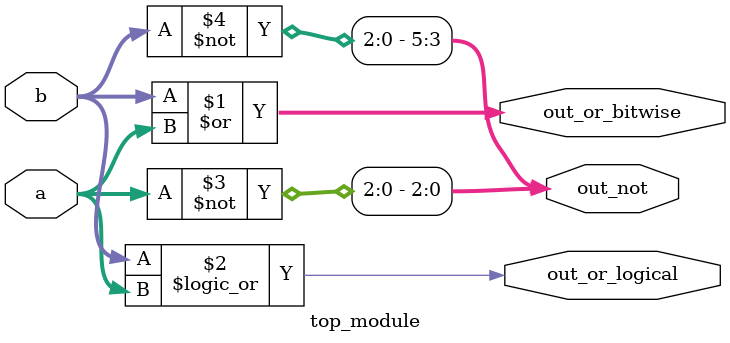
<source format=v>
module top_module( 
    input [2:0] a,
    input [2:0] b,
    output [2:0] out_or_bitwise,
    output out_or_logical,
    output [5:0] out_not
);
    assign out_or_bitwise = b|a;
    assign out_or_logical = b || a;
    assign out_not = {~b, ~a};
    /* assign out_not[5:3] = ~b;
       assign out_not[2:0] = ~a;
    */
endmodule

</source>
